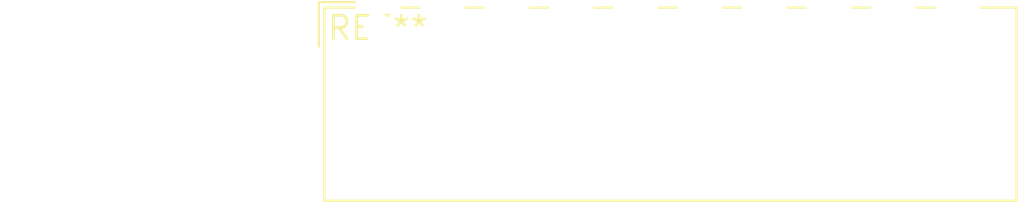
<source format=kicad_pcb>
(kicad_pcb (version 20240108) (generator pcbnew)
  (layers (0 "F.Cu" signal) (31 "B.Cu" signal) (34 "B.Paste" user) (35 "F.Paste" user) (36 "B.SilkS" user "B.Silkscreen") (37 "F.SilkS" user "F.Silkscreen") (38 "B.Mask" user) (39 "F.Mask" user) (44 "Edge.Cuts" user))
  (net 0 "")
  (footprint "Wago_734-170_1x10_P3.50mm_Horizontal" (layer "F.Cu") (at 0 0)
    (property "Reference" "REF**")
    (property "Value" "Wago_734-170_1x10_P3.50mm_Horizontal")
    (fp_line (start -3.21 -1.41) (end -1.26 -1.41) (layer "F.SilkS") (stroke (width 0.12)))
    (fp_line (start -3.21 1) (end -3.21 -1.41) (layer "F.SilkS") (stroke (width 0.12)))
    (fp_line (start -2.91 -1.11) (end -2.91 9.41) (layer "F.SilkS") (stroke (width 0.12)))
    (fp_line (start -2.91 9.41) (end 34.71 9.41) (layer "F.SilkS") (stroke (width 0.12)))
    (fp_line (start -1.26 -1.11) (end -2.91 -1.11) (layer "F.SilkS") (stroke (width 0.12)))
    (fp_line (start 1.26 -1.11) (end 2.24 -1.11) (layer "F.SilkS") (stroke (width 0.12)))
    (fp_line (start 4.76 -1.11) (end 5.74 -1.11) (layer "F.SilkS") (stroke (width 0.12)))
    (fp_line (start 8.26 -1.11) (end 9.24 -1.11) (layer "F.SilkS") (stroke (width 0.12)))
    (fp_line (start 11.76 -1.11) (end 12.74 -1.11) (layer "F.SilkS") (stroke (width 0.12)))
    (fp_line (start 15.26 -1.11) (end 16.24 -1.11) (layer "F.SilkS") (stroke (width 0.12)))
    (fp_line (start 18.76 -1.11) (end 19.74 -1.11) (layer "F.SilkS") (stroke (width 0.12)))
    (fp_line (start 22.26 -1.11) (end 23.24 -1.11) (layer "F.SilkS") (stroke (width 0.12)))
    (fp_line (start 25.76 -1.11) (end 26.74 -1.11) (layer "F.SilkS") (stroke (width 0.12)))
    (fp_line (start 29.26 -1.11) (end 30.24 -1.11) (layer "F.SilkS") (stroke (width 0.12)))
    (fp_line (start 34.71 -1.11) (end 32.76 -1.11) (layer "F.SilkS") (stroke (width 0.12)))
    (fp_line (start 34.71 9.41) (end 34.71 -1.11) (layer "F.SilkS") (stroke (width 0.12)))
    (pad "1" thru_hole roundrect (at 0 0) (size 2 2.6) (drill 1.6) (layers *.Cu *.Mask) (remove_unused_layers) (roundrect_rratio 0.125))
    (pad "2" thru_hole oval (at 3.5 0) (size 2 2.6) (drill 1.6) (layers *.Cu *.Mask) (remove_unused_layers))
    (pad "3" thru_hole oval (at 7 0) (size 2 2.6) (drill 1.6) (layers *.Cu *.Mask) (remove_unused_layers))
    (pad "4" thru_hole oval (at 10.5 0) (size 2 2.6) (drill 1.6) (layers *.Cu *.Mask) (remove_unused_layers))
    (pad "5" thru_hole oval (at 14 0) (size 2 2.6) (drill 1.6) (layers *.Cu *.Mask) (remove_unused_layers))
    (pad "6" thru_hole oval (at 17.5 0) (size 2 2.6) (drill 1.6) (layers *.Cu *.Mask) (remove_unused_layers))
    (pad "7" thru_hole oval (at 21 0) (size 2 2.6) (drill 1.6) (layers *.Cu *.Mask) (remove_unused_layers))
    (pad "8" thru_hole oval (at 24.5 0) (size 2 2.6) (drill 1.6) (layers *.Cu *.Mask) (remove_unused_layers))
    (pad "9" thru_hole oval (at 28 0) (size 2 2.6) (drill 1.6) (layers *.Cu *.Mask) (remove_unused_layers))
    (pad "10" thru_hole oval (at 31.5 0) (size 2 2.6) (drill 1.6) (layers *.Cu *.Mask) (remove_unused_layers))
  )
)
</source>
